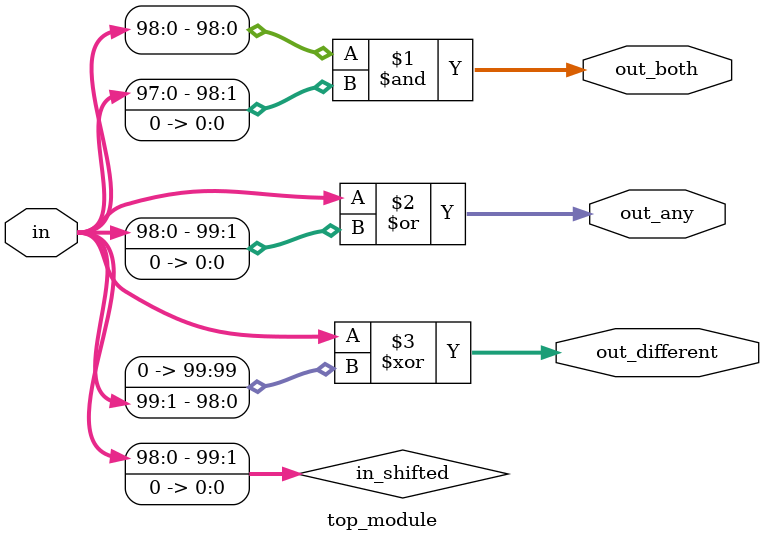
<source format=sv>
module top_module (
    input [99:0] in,
    output [98:0] out_both,
    output [99:0] out_any,
    output [99:0] out_different
);

    wire [99:0] in_shifted;
    assign in_shifted = {in[98:0], 1'b0}; // Shift in by 1 bit to the right

    // out_both is the bitwise AND of in and in_shifted for bits 0 to 98
    assign out_both = in[98:0] & in_shifted[98:0];

    // out_any is the bitwise OR of in and in_shifted
    assign out_any = in | in_shifted;

    // out_different is the bitwise XOR of in and in_shifted
    assign out_different = in ^ {1'b0, in[99:1]};

endmodule

</source>
